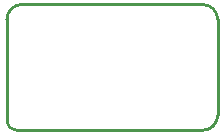
<source format=gm1>
G04*
G04 #@! TF.GenerationSoftware,Altium Limited,Altium Designer,20.2.8 (258)*
G04*
G04 Layer_Color=16711935*
%FSLAX25Y25*%
%MOIN*%
G70*
G04*
G04 #@! TF.SameCoordinates,BEDD99A7-9B9B-4A90-AD00-EB4918B2A663*
G04*
G04*
G04 #@! TF.FilePolarity,Positive*
G04*
G01*
G75*
%ADD17C,0.01000*%
D17*
X420768Y249921D02*
G03*
X415768Y254921I-5000J0D01*
G01*
Y212992D02*
G03*
X420768Y217992I0J5000D01*
G01*
X350492Y216142D02*
G03*
X353642Y212992I3150J0D01*
G01*
X355492Y254921D02*
G03*
X350492Y249921I0J-5000D01*
G01*
X420768Y217992D02*
Y249921D01*
X367126Y254921D02*
X415768D01*
X353642Y212992D02*
X415768D01*
X350492Y216142D02*
Y249921D01*
X355492Y254921D02*
X367126D01*
M02*

</source>
